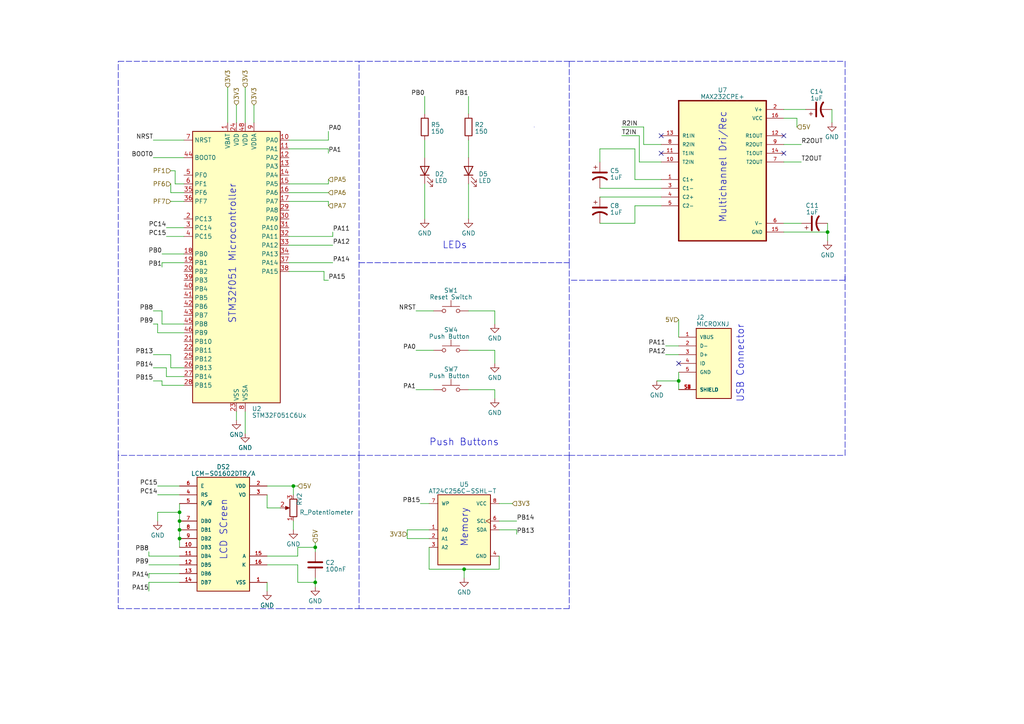
<source format=kicad_sch>
(kicad_sch (version 20230121) (generator eeschema)
  (paper "A4")
  (title_block (title "EEE3088F Microcontroller Submodule ") (date "2023-03-14") (rev "V3") (company "University of Capetown ") (comment 1 "Group 11") (comment 2 "Bulisani Ngwenya ") (comment 3 "NGWBUL004"))
  (lib_symbols
    (symbol "AT24C256C-SSHL-T:AT24C256C-SSHL-T" (pin_names (offset 1.016))
      (property "Reference" "U" (at -7.6427 10.1903 0))
      (property "Value" "AT24C256C-SSHL-T" (at -7.6309 -12.7181 0))
      (symbol "AT24C256C-SSHL-T_0_0"
        (rectangle (start -7.62 -10.16) (end 7.62 10.16) (stroke (width 0.254)) (fill (type background)))
        (pin input line (at -10.16 0 0) (length 2.54) (name "A0") (number "1"))
        (pin input line (at -10.16 -2.54 0) (length 2.54) (name "A1") (number "2"))
        (pin input line (at -10.16 -5.08 0) (length 2.54) (name "A2") (number "3"))
        (pin power_in line (at 10.16 -7.62 180) (length 2.54) (name "GND") (number "4"))
        (pin bidirectional line (at 10.16 0 180) (length 2.54) (name "SDA") (number "5"))
        (pin input clock (at 10.16 2.54 180) (length 2.54) (name "SCL") (number "6"))
        (pin input line (at -10.16 7.62 0) (length 2.54) (name "WP") (number "7"))
        (pin power_in line (at 10.16 7.62 180) (length 2.54) (name "VCC") (number "8"))
      )
    )
    (symbol "Device:C" (pin_numbers hide) (pin_names (offset 0.254))
      (property "Reference" "C" (at 0.635 2.54 0))
      (property "Value" "C" (at 0.635 -2.54 0))
      (symbol "C_0_1"
        (polyline (pts (xy -2.032 -0.762) (xy 2.032 -0.762)) (stroke (width 0.508)))
        (polyline (pts (xy -2.032 0.762) (xy 2.032 0.762)) (stroke (width 0.508)))
      )
      (symbol "C_1_1"
        (pin passive line (at 0 3.81 270) (length 2.794) (name "~") (number "1"))
        (pin passive line (at 0 -3.81 90) (length 2.794) (name "~") (number "2"))
      )
    )
    (symbol "Device:C_Polarized_US" (pin_numbers hide) (pin_names (offset 0.254) hide)
      (property "Reference" "C" (at 0.635 2.54 0))
      (property "Value" "C_Polarized_US" (at 0.635 -2.54 0))
      (symbol "C_Polarized_US_0_1"
        (polyline (pts (xy -2.032 0.762) (xy 2.032 0.762)) (stroke (width 0.508)))
        (polyline (pts (xy -1.778 2.286) (xy -0.762 2.286)))
        (polyline (pts (xy -1.27 1.778) (xy -1.27 2.794)))
        (arc (start 2.032 -1.27) (mid 0 -0.5572) (end -2.032 -1.27) (stroke (width 0.508)))
      )
      (symbol "C_Polarized_US_1_1"
        (pin passive line (at 0 3.81 270) (length 2.794) (name "~") (number "1"))
        (pin passive line (at 0 -3.81 90) (length 3.302) (name "~") (number "2"))
      )
    )
    (symbol "Device:LED" (pin_numbers hide) (pin_names (offset 1.016) hide)
      (property "Reference" "D" (at 0 2.54 0))
      (property "Value" "LED" (at 0 -2.54 0))
      (symbol "LED_0_1"
        (polyline (pts (xy -1.27 -1.27) (xy -1.27 1.27)) (stroke (width 0.254)))
        (polyline (pts (xy -1.27 0) (xy 1.27 0)))
        (polyline (pts (xy 1.27 -1.27) (xy 1.27 1.27) (xy -1.27 0) (xy 1.27 -1.27)) (stroke (width 0.254)))
        (polyline (pts (xy -3.048 -0.762) (xy -4.572 -2.286) (xy -3.81 -2.286) (xy -4.572 -2.286) (xy -4.572 -1.524)))
        (polyline (pts (xy -1.778 -0.762) (xy -3.302 -2.286) (xy -2.54 -2.286) (xy -3.302 -2.286) (xy -3.302 -1.524)))
      )
      (symbol "LED_1_1"
        (pin passive line (at -3.81 0 0) (length 2.54) (name "K") (number "1"))
        (pin passive line (at 3.81 0 180) (length 2.54) (name "A") (number "2"))
      )
    )
    (symbol "Device:R" (pin_numbers hide) (pin_names (offset 0))
      (property "Reference" "R" (at 2.032 0 90))
      (property "Value" "R" (at 0 0 90))
      (symbol "R_0_1"
        (rectangle (start -1.016 -2.54) (end 1.016 2.54) (stroke (width 0.254)))
      )
      (symbol "R_1_1"
        (pin passive line (at 0 3.81 270) (length 1.27) (name "~") (number "1"))
        (pin passive line (at 0 -3.81 90) (length 1.27) (name "~") (number "2"))
      )
    )
    (symbol "Device:R_Potentiometer" (pin_names (offset 1.016) hide)
      (property "Reference" "RV" (at -4.445 0 90))
      (property "Value" "R_Potentiometer" (at -2.54 0 90))
      (symbol "R_Potentiometer_0_1"
        (polyline (pts (xy 2.54 0) (xy 1.524 0)))
        (polyline (pts (xy 1.143 0) (xy 2.286 0.508) (xy 2.286 -0.508) (xy 1.143 0)) (fill (type outline)))
        (rectangle (start 1.016 2.54) (end -1.016 -2.54) (stroke (width 0.254)))
      )
      (symbol "R_Potentiometer_1_1"
        (pin passive line (at 0 3.81 270) (length 1.27) (name "1") (number "1"))
        (pin passive line (at 3.81 0 180) (length 1.27) (name "2") (number "2"))
        (pin passive line (at 0 -3.81 90) (length 1.27) (name "3") (number "3"))
      )
    )
    (symbol "LCM-S01602DTR_A:LCM-S01602DTR{slash}A" (pin_names (offset 1.016))
      (property "Reference" "DS" (at -9.9178 18.3098 0))
      (property "Value" "LCM-S01602DTR{slash}A" (at -9.9147 -17.2871 0))
      (symbol "LCM-S01602DTR{slash}A_0_0"
        (rectangle (start -10.16 -15.24) (end 5.08 17.78) (stroke (width 0.254)) (fill (type background)))
        (pin power_in line (at 10.16 -12.7 180) (length 5.08) (name "VSS") (number "1"))
        (pin bidirectional line (at -15.24 -2.54 0) (length 5.08) (name "DB3") (number "10"))
        (pin bidirectional line (at -15.24 -5.08 0) (length 5.08) (name "DB4") (number "11"))
        (pin bidirectional line (at -15.24 -7.62 0) (length 5.08) (name "DB5") (number "12"))
        (pin bidirectional line (at -15.24 -10.16 0) (length 5.08) (name "DB6") (number "13"))
        (pin bidirectional line (at -15.24 -12.7 0) (length 5.08) (name "DB7") (number "14"))
        (pin passive line (at 10.16 -5.08 180) (length 5.08) (name "A") (number "15"))
        (pin passive line (at 10.16 -7.62 180) (length 5.08) (name "K") (number "16"))
        (pin power_in line (at 10.16 15.24 180) (length 5.08) (name "VDD") (number "2"))
        (pin power_in line (at 10.16 12.7 180) (length 5.08) (name "VO") (number "3"))
        (pin input line (at -15.24 12.7 0) (length 5.08) (name "RS") (number "4"))
        (pin input line (at -15.24 10.16 0) (length 5.08) (name "R/~{W}") (number "5"))
        (pin input line (at -15.24 15.24 0) (length 5.08) (name "E") (number "6"))
        (pin bidirectional line (at -15.24 5.08 0) (length 5.08) (name "DB0") (number "7"))
        (pin bidirectional line (at -15.24 2.54 0) (length 5.08) (name "DB1") (number "8"))
        (pin bidirectional line (at -15.24 0 0) (length 5.08) (name "DB2") (number "9"))
      )
    )
    (symbol "MAX232CPE_:MAX232CPE+" (pin_names (offset 1.016))
      (property "Reference" "U" (at -12.7 21.32 0))
      (property "Value" "MAX232CPE+" (at -12.7 -24.32 0))
      (symbol "MAX232CPE+_0_0"
        (rectangle (start -12.7 -20.32) (end 12.7 20.32) (stroke (width 0.41)) (fill (type background)))
        (pin bidirectional line (at -17.78 -2.54 0) (length 5.08) (name "C1+") (number "1"))
        (pin input line (at -17.78 2.54 0) (length 5.08) (name "T2IN") (number "10"))
        (pin input line (at -17.78 5.08 0) (length 5.08) (name "T1IN") (number "11"))
        (pin output line (at 17.78 10.16 180) (length 5.08) (name "R1OUT") (number "12"))
        (pin input line (at -17.78 10.16 0) (length 5.08) (name "R1IN") (number "13"))
        (pin output line (at 17.78 5.08 180) (length 5.08) (name "T1OUT") (number "14"))
        (pin power_in line (at 17.78 -17.78 180) (length 5.08) (name "GND") (number "15"))
        (pin power_in line (at 17.78 15.24 180) (length 5.08) (name "VCC") (number "16"))
        (pin power_in line (at 17.78 17.78 180) (length 5.08) (name "V+") (number "2"))
        (pin bidirectional line (at -17.78 -5.08 0) (length 5.08) (name "C1-") (number "3"))
        (pin bidirectional line (at -17.78 -7.62 0) (length 5.08) (name "C2+") (number "4"))
        (pin bidirectional line (at -17.78 -10.16 0) (length 5.08) (name "C2-") (number "5"))
        (pin power_in line (at 17.78 -15.24 180) (length 5.08) (name "V-") (number "6"))
        (pin output line (at 17.78 2.54 180) (length 5.08) (name "T2OUT") (number "7"))
        (pin input line (at -17.78 7.62 0) (length 5.08) (name "R2IN") (number "8"))
        (pin output line (at 17.78 7.62 180) (length 5.08) (name "R2OUT") (number "9"))
      )
    )
    (symbol "MCU_ST_STM32F0:STM32F051C6Ux"
      (property "Reference" "U" (at -12.7 41.91 0))
      (property "Value" "STM32F051C6Ux" (at 7.62 41.91 0))
      (symbol "STM32F051C6Ux_0_1"
        (rectangle (start -12.7 -38.1) (end 12.7 40.64) (stroke (width 0.254)) (fill (type background)))
      )
      (symbol "STM32F051C6Ux_1_1"
        (pin power_in line (at -2.54 43.18 270) (length 2.54) (name "VBAT") (number "1"))
        (pin bidirectional line (at 15.24 38.1 180) (length 2.54) (name "PA0") (number "10"))
        (pin bidirectional line (at 15.24 35.56 180) (length 2.54) (name "PA1") (number "11"))
        (pin bidirectional line (at 15.24 33.02 180) (length 2.54) (name "PA2") (number "12"))
        (pin bidirectional line (at 15.24 30.48 180) (length 2.54) (name "PA3") (number "13"))
        (pin bidirectional line (at 15.24 27.94 180) (length 2.54) (name "PA4") (number "14"))
        (pin bidirectional line (at 15.24 25.4 180) (length 2.54) (name "PA5") (number "15"))
        (pin bidirectional line (at 15.24 22.86 180) (length 2.54) (name "PA6") (number "16"))
        (pin bidirectional line (at 15.24 20.32 180) (length 2.54) (name "PA7") (number "17"))
        (pin bidirectional line (at -15.24 5.08 0) (length 2.54) (name "PB0") (number "18"))
        (pin bidirectional line (at -15.24 2.54 0) (length 2.54) (name "PB1") (number "19"))
        (pin bidirectional line (at -15.24 15.24 0) (length 2.54) (name "PC13") (number "2"))
        (pin bidirectional line (at -15.24 0 0) (length 2.54) (name "PB2") (number "20"))
        (pin bidirectional line (at -15.24 -20.32 0) (length 2.54) (name "PB10") (number "21"))
        (pin bidirectional line (at -15.24 -22.86 0) (length 2.54) (name "PB11") (number "22"))
        (pin power_in line (at 0 -40.64 90) (length 2.54) (name "VSS") (number "23"))
        (pin power_in line (at 0 43.18 270) (length 2.54) (name "VDD") (number "24"))
        (pin bidirectional line (at -15.24 -25.4 0) (length 2.54) (name "PB12") (number "25"))
        (pin bidirectional line (at -15.24 -27.94 0) (length 2.54) (name "PB13") (number "26"))
        (pin bidirectional line (at -15.24 -30.48 0) (length 2.54) (name "PB14") (number "27"))
        (pin bidirectional line (at -15.24 -33.02 0) (length 2.54) (name "PB15") (number "28"))
        (pin bidirectional line (at 15.24 17.78 180) (length 2.54) (name "PA8") (number "29"))
        (pin bidirectional line (at -15.24 12.7 0) (length 2.54) (name "PC14") (number "3"))
        (pin bidirectional line (at 15.24 15.24 180) (length 2.54) (name "PA9") (number "30"))
        (pin bidirectional line (at 15.24 12.7 180) (length 2.54) (name "PA10") (number "31"))
        (pin bidirectional line (at 15.24 10.16 180) (length 2.54) (name "PA11") (number "32"))
        (pin bidirectional line (at 15.24 7.62 180) (length 2.54) (name "PA12") (number "33"))
        (pin bidirectional line (at 15.24 5.08 180) (length 2.54) (name "PA13") (number "34"))
        (pin bidirectional line (at -15.24 22.86 0) (length 2.54) (name "PF6") (number "35"))
        (pin bidirectional line (at -15.24 20.32 0) (length 2.54) (name "PF7") (number "36"))
        (pin bidirectional line (at 15.24 2.54 180) (length 2.54) (name "PA14") (number "37"))
        (pin bidirectional line (at 15.24 0 180) (length 2.54) (name "PA15") (number "38"))
        (pin bidirectional line (at -15.24 -2.54 0) (length 2.54) (name "PB3") (number "39"))
        (pin bidirectional line (at -15.24 10.16 0) (length 2.54) (name "PC15") (number "4"))
        (pin bidirectional line (at -15.24 -5.08 0) (length 2.54) (name "PB4") (number "40"))
        (pin bidirectional line (at -15.24 -7.62 0) (length 2.54) (name "PB5") (number "41"))
        (pin bidirectional line (at -15.24 -10.16 0) (length 2.54) (name "PB6") (number "42"))
        (pin bidirectional line (at -15.24 -12.7 0) (length 2.54) (name "PB7") (number "43"))
        (pin input line (at -15.24 33.02 0) (length 2.54) (name "BOOT0") (number "44"))
        (pin bidirectional line (at -15.24 -15.24 0) (length 2.54) (name "PB8") (number "45"))
        (pin bidirectional line (at -15.24 -17.78 0) (length 2.54) (name "PB9") (number "46"))
        (pin passive line (at 0 -40.64 90) (length 2.54) hide (name "VSS") (number "47"))
        (pin power_in line (at 2.54 43.18 270) (length 2.54) (name "VDD") (number "48"))
        (pin passive line (at 0 -40.64 90) (length 2.54) hide (name "VSS") (number "49"))
        (pin bidirectional line (at -15.24 27.94 0) (length 2.54) (name "PF0") (number "5"))
        (pin bidirectional line (at -15.24 25.4 0) (length 2.54) (name "PF1") (number "6"))
        (pin input line (at -15.24 38.1 0) (length 2.54) (name "NRST") (number "7"))
        (pin power_in line (at 2.54 -40.64 90) (length 2.54) (name "VSSA") (number "8"))
        (pin power_in line (at 5.08 43.18 270) (length 2.54) (name "VDDA") (number "9"))
      )
    )
    (symbol "MICROXNJ:MICROXNJ" (pin_names (offset 1.016))
      (property "Reference" "J" (at -5.0828 10.9278 0))
      (property "Value" "MICROXNJ" (at -5.0823 -10.9276 0))
      (symbol "MICROXNJ_0_0"
        (rectangle (start -5.08 -10.16) (end 5.08 10.16) (stroke (width 0.254)) (fill (type background)))
        (pin power_in line (at -10.16 7.62 0) (length 5.08) (name "VBUS") (number "1"))
        (pin bidirectional line (at -10.16 5.08 0) (length 5.08) (name "D-") (number "2"))
        (pin bidirectional line (at -10.16 2.54 0) (length 5.08) (name "D+") (number "3"))
        (pin bidirectional line (at -10.16 0 0) (length 5.08) (name "ID") (number "4"))
        (pin power_in line (at -10.16 -2.54 0) (length 5.08) (name "GND") (number "5"))
        (pin passive line (at -10.16 -7.62 0) (length 5.08) (name "SHIELD") (number "S1"))
        (pin passive line (at -10.16 -7.62 0) (length 5.08) (name "SHIELD") (number "S2"))
        (pin passive line (at -10.16 -7.62 0) (length 5.08) (name "SHIELD") (number "S3"))
        (pin passive line (at -10.16 -7.62 0) (length 5.08) (name "SHIELD") (number "S4"))
        (pin passive line (at -10.16 -7.62 0) (length 5.08) (name "SHIELD") (number "S5"))
        (pin passive line (at -10.16 -7.62 0) (length 5.08) (name "SHIELD") (number "S6"))
      )
    )
    (symbol "Switch:SW_Push" (pin_numbers hide) (pin_names (offset 1.016) hide)
      (property "Reference" "SW" (at 1.27 2.54 0))
      (property "Value" "SW_Push" (at 0 -1.524 0))
      (symbol "SW_Push_0_1"
        (circle (center -2.032 0) (radius 0.508))
        (polyline (pts (xy 0 1.27) (xy 0 3.048)))
        (polyline (pts (xy 2.54 1.27) (xy -2.54 1.27)))
        (circle (center 2.032 0) (radius 0.508))
        (pin passive line (at -5.08 0 0) (length 2.54) (name "1") (number "1"))
        (pin passive line (at 5.08 0 180) (length 2.54) (name "2") (number "2"))
      )
    )
    (symbol "power:GND" (power) (pin_names (offset 0))
      (property "Value" "GND" (at 0 -3.81 0))
      (symbol "GND_0_1"
        (polyline (pts (xy 0 0) (xy 0 -1.27) (xy 1.27 -1.27) (xy 0 -2.54) (xy -1.27 -1.27) (xy 0 -1.27)))
      )
      (symbol "GND_1_1"
        (pin power_in line (at 0 0 270) (length 0) hide (name "GND") (number "1"))
      )
    )
  )
  (junction (at 240.03 67.31))
  (junction (at 196.85 110.49))
  (junction (at 134.62 165.1))
  (junction (at 91.44 168.91))
  (junction (at 52.07 148.59))
  (junction (at 85.09 140.97))
  (junction (at 52.07 151.13))
  (junction (at 52.07 153.67))
  (junction (at 52.07 156.21))
  (junction (at 91.44 158.75))
  (no_connect (at 227.33 44.45))
  (no_connect (at 191.77 44.45))
  (no_connect (at 191.77 39.37))
  (no_connect (at 196.85 105.41))
  (no_connect (at 227.33 39.37))
  (wire (pts (xy 191.77 41.91) (xy 186.69 41.91)))
  (wire (pts (xy 118.11 153.67) (xy 118.11 156.21)))
  (wire (pts (xy 93.98 78.74) (xy 83.82 78.74)))
  (wire (pts (xy 191.77 46.99) (xy 185.42 46.99)))
  (wire (pts (xy 77.47 147.32) (xy 81.28 147.32)))
  (wire (pts (xy 45.72 143.51) (xy 52.07 143.51)))
  (wire (pts (xy 52.07 156.21) (xy 52.07 158.75)))
  (wire (pts (xy 85.09 151.13) (xy 85.09 153.67)))
  (wire (pts (xy 135.89 90.17) (xy 143.51 90.17)))
  (wire (pts (xy 49.53 106.68) (xy 49.53 102.87)))
  (polyline (pts (xy 104.14 76.2) (xy 165.1 76.2)) (stroke (width 0) (type dash)))
  (wire (pts (xy 123.19 53.34) (xy 123.19 63.5)))
  (wire (pts (xy 85.09 140.97) (xy 86.36 140.97)))
  (wire (pts (xy 86.36 161.29) (xy 86.36 158.75)))
  (wire (pts (xy 184.15 59.69) (xy 184.15 64.77)))
  (wire (pts (xy 190.5 110.49) (xy 196.85 110.49)))
  (polyline (pts (xy 245.11 17.78) (xy 245.11 81.28)) (stroke (width 0) (type dash)))
  (wire (pts (xy 240.03 64.77) (xy 240.03 67.31)))
  (wire (pts (xy 91.44 157.48) (xy 91.44 158.75)))
  (polyline (pts (xy 104.14 132.08) (xy 104.14 176.53)) (stroke (width 0) (type dash)))
  (polyline (pts (xy 104.14 132.08) (xy 165.1 132.08)) (stroke (width 0) (type dash)))
  (wire (pts (xy 44.45 110.49) (xy 46.99 110.49)))
  (wire (pts (xy 53.34 111.76) (xy 46.99 111.76)))
  (wire (pts (xy 135.89 101.6) (xy 143.51 101.6)))
  (wire (pts (xy 45.72 96.52) (xy 45.72 93.98)))
  (wire (pts (xy 45.72 148.59) (xy 45.72 151.13)))
  (wire (pts (xy 123.19 40.64) (xy 123.19 45.72)))
  (wire (pts (xy 143.51 93.98) (xy 143.51 90.17)))
  (wire (pts (xy 149.86 153.67) (xy 149.86 154.94)))
  (wire (pts (xy 44.45 102.87) (xy 49.53 102.87)))
  (wire (pts (xy 53.34 109.22) (xy 48.26 109.22)))
  (wire (pts (xy 43.18 168.91) (xy 43.18 171.45)))
  (wire (pts (xy 83.82 58.42) (xy 95.25 58.42)))
  (polyline (pts (xy 165.1 76.2) (xy 165.1 132.08)) (stroke (width 0) (type dash)))
  (wire (pts (xy 45.72 140.97) (xy 52.07 140.97)))
  (polyline (pts (xy 165.1 17.78) (xy 245.11 17.78)) (stroke (width 0) (type dash)))
  (wire (pts (xy 91.44 168.91) (xy 91.44 170.18)))
  (wire (pts (xy 96.52 68.58) (xy 96.52 67.31)))
  (wire (pts (xy 135.89 113.03) (xy 143.51 113.03)))
  (wire (pts (xy 48.26 66.04) (xy 53.34 66.04)))
  (wire (pts (xy 227.33 31.75) (xy 233.68 31.75)))
  (wire (pts (xy 144.78 146.05) (xy 148.59 146.05)))
  (polyline (pts (xy 165.1 176.53) (xy 104.14 176.53)) (stroke (width 0) (type dash)))
  (wire (pts (xy 123.19 27.94) (xy 123.19 33.02)))
  (wire (pts (xy 173.99 57.15) (xy 191.77 57.15)))
  (wire (pts (xy 48.26 109.22) (xy 48.26 106.68)))
  (wire (pts (xy 184.15 43.18) (xy 173.99 43.18)))
  (wire (pts (xy 143.51 101.6) (xy 143.51 105.41)))
  (wire (pts (xy 77.47 168.91) (xy 77.47 171.45)))
  (wire (pts (xy 85.09 140.97) (xy 85.09 143.51)))
  (wire (pts (xy 83.82 53.34) (xy 95.25 53.34)))
  (wire (pts (xy 186.69 41.91) (xy 186.69 36.83)))
  (wire (pts (xy 95.25 53.34) (xy 95.25 52.07)))
  (wire (pts (xy 120.65 113.03) (xy 125.73 113.03)))
  (wire (pts (xy 83.82 40.64) (xy 95.25 40.64)))
  (wire (pts (xy 83.82 68.58) (xy 96.52 68.58)))
  (wire (pts (xy 193.04 102.87) (xy 196.85 102.87)))
  (wire (pts (xy 52.07 151.13) (xy 52.07 153.67)))
  (polyline (pts (xy 104.14 17.78) (xy 165.1 17.78)) (stroke (width 0) (type dash)))
  (wire (pts (xy 68.58 119.38) (xy 68.58 121.92)))
  (wire (pts (xy 124.46 165.1) (xy 124.46 158.75)))
  (wire (pts (xy 83.82 76.2) (xy 96.52 76.2)))
  (wire (pts (xy 191.77 59.69) (xy 184.15 59.69)))
  (wire (pts (xy 83.82 71.12) (xy 96.52 71.12)))
  (polyline (pts (xy 165.1 17.78) (xy 165.1 76.2)) (stroke (width 0) (type dash)))
  (wire (pts (xy 48.26 106.68) (xy 44.45 106.68)))
  (wire (pts (xy 227.33 34.29) (xy 231.14 34.29)))
  (wire (pts (xy 52.07 153.67) (xy 52.07 156.21)))
  (wire (pts (xy 196.85 110.49) (xy 196.85 113.03)))
  (wire (pts (xy 184.15 64.77) (xy 173.99 64.77)))
  (wire (pts (xy 52.07 166.37) (xy 43.18 166.37)))
  (wire (pts (xy 144.78 153.67) (xy 149.86 153.67)))
  (wire (pts (xy 124.46 153.67) (xy 118.11 153.67)))
  (wire (pts (xy 134.62 165.1) (xy 134.62 167.64)))
  (wire (pts (xy 227.33 46.99) (xy 232.41 46.99)))
  (wire (pts (xy 45.72 93.98) (xy 44.45 93.98)))
  (wire (pts (xy 53.34 76.2) (xy 46.99 76.2)))
  (wire (pts (xy 144.78 161.29) (xy 144.78 165.1)))
  (polyline (pts (xy 104.14 76.2) (xy 165.1 76.2)) (stroke (width 0) (type dash)))
  (wire (pts (xy 45.72 148.59) (xy 52.07 148.59)))
  (wire (pts (xy 95.25 58.42) (xy 95.25 59.69)))
  (wire (pts (xy 93.98 81.28) (xy 93.98 78.74)))
  (polyline (pts (xy 165.1 132.08) (xy 245.11 132.08)) (stroke (width 0) (type dash)))
  (wire (pts (xy 144.78 165.1) (xy 134.62 165.1)))
  (wire (pts (xy 191.77 52.07) (xy 184.15 52.07)))
  (wire (pts (xy 173.99 43.18) (xy 173.99 46.99)))
  (polyline (pts (xy 34.29 176.53) (xy 104.14 176.53)) (stroke (width 0) (type dash)))
  (wire (pts (xy 50.8 53.34) (xy 50.8 49.53)))
  (wire (pts (xy 77.47 143.51) (xy 77.47 147.32)))
  (wire (pts (xy 185.42 46.99) (xy 185.42 39.37)))
  (wire (pts (xy 173.99 54.61) (xy 191.77 54.61)))
  (wire (pts (xy 46.99 76.2) (xy 46.99 77.47)))
  (wire (pts (xy 186.69 36.83) (xy 180.34 36.83)))
  (wire (pts (xy 86.36 168.91) (xy 91.44 168.91)))
  (wire (pts (xy 227.33 67.31) (xy 240.03 67.31)))
  (wire (pts (xy 71.12 25.4) (xy 71.12 35.56)))
  (wire (pts (xy 143.51 113.03) (xy 143.51 115.57)))
  (wire (pts (xy 86.36 163.83) (xy 86.36 168.91)))
  (wire (pts (xy 44.45 90.17) (xy 46.99 90.17)))
  (wire (pts (xy 52.07 168.91) (xy 43.18 168.91)))
  (wire (pts (xy 52.07 148.59) (xy 52.07 151.13)))
  (wire (pts (xy 53.34 106.68) (xy 49.53 106.68)))
  (wire (pts (xy 53.34 96.52) (xy 45.72 96.52)))
  (wire (pts (xy 135.89 27.94) (xy 135.89 33.02)))
  (wire (pts (xy 43.18 161.29) (xy 43.18 160.02)))
  (wire (pts (xy 52.07 161.29) (xy 43.18 161.29)))
  (wire (pts (xy 46.99 93.98) (xy 53.34 93.98)))
  (wire (pts (xy 95.25 43.18) (xy 95.25 44.45)))
  (wire (pts (xy 43.18 166.37) (xy 43.18 167.64)))
  (wire (pts (xy 83.82 55.88) (xy 95.25 55.88)))
  (wire (pts (xy 48.26 68.58) (xy 53.34 68.58)))
  (wire (pts (xy 121.92 146.05) (xy 124.46 146.05)))
  (wire (pts (xy 134.62 165.1) (xy 124.46 165.1)))
  (wire (pts (xy 46.99 111.76) (xy 46.99 110.49)))
  (polyline (pts (xy 34.29 132.08) (xy 34.29 176.53)) (stroke (width 0) (type dash)))
  (polyline (pts (xy 165.1 132.08) (xy 165.1 176.53)) (stroke (width 0) (type dash)))
  (wire (pts (xy 46.99 73.66) (xy 53.34 73.66)))
  (wire (pts (xy 49.53 58.42) (xy 53.34 58.42)))
  (wire (pts (xy 196.85 92.71) (xy 196.85 97.79)))
  (wire (pts (xy 46.99 90.17) (xy 46.99 93.98)))
  (wire (pts (xy 43.18 163.83) (xy 52.07 163.83)))
  (wire (pts (xy 66.04 25.4) (xy 66.04 35.56)))
  (wire (pts (xy 124.46 156.21) (xy 118.11 156.21)))
  (wire (pts (xy 227.33 64.77) (xy 232.41 64.77)))
  (wire (pts (xy 53.34 53.34) (xy 50.8 53.34)))
  (wire (pts (xy 135.89 53.34) (xy 135.89 63.5)))
  (wire (pts (xy 68.58 30.48) (xy 68.58 35.56)))
  (wire (pts (xy 227.33 41.91) (xy 232.41 41.91)))
  (wire (pts (xy 77.47 161.29) (xy 86.36 161.29)))
  (wire (pts (xy 193.04 100.33) (xy 196.85 100.33)))
  (wire (pts (xy 86.36 158.75) (xy 91.44 158.75)))
  (wire (pts (xy 91.44 167.64) (xy 91.44 168.91)))
  (wire (pts (xy 231.14 34.29) (xy 231.14 36.83)))
  (polyline (pts (xy 245.11 132.08) (xy 245.11 80.01)) (stroke (width 0) (type dash)))
  (wire (pts (xy 196.85 110.49) (xy 196.85 107.95)))
  (wire (pts (xy 49.53 55.88) (xy 53.34 55.88)))
  (wire (pts (xy 120.65 90.17) (xy 125.73 90.17)))
  (wire (pts (xy 93.98 81.28) (xy 95.25 81.28)))
  (wire (pts (xy 185.42 39.37) (xy 180.34 39.37)))
  (wire (pts (xy 77.47 140.97) (xy 85.09 140.97)))
  (wire (pts (xy 91.44 158.75) (xy 91.44 160.02)))
  (wire (pts (xy 49.53 53.34) (xy 49.53 55.88)))
  (wire (pts (xy 95.25 40.64) (xy 95.25 38.1)))
  (wire (pts (xy 83.82 43.18) (xy 95.25 43.18)))
  (wire (pts (xy 52.07 146.05) (xy 52.07 148.59)))
  (wire (pts (xy 120.65 101.6) (xy 125.73 101.6)))
  (wire (pts (xy 135.89 40.64) (xy 135.89 45.72)))
  (wire (pts (xy 241.3 31.75) (xy 241.3 35.56)))
  (polyline (pts (xy 245.11 81.28) (xy 165.1 81.28)) (stroke (width 0) (type dash)))
  (wire (pts (xy 144.78 151.13) (xy 149.86 151.13)))
  (wire (pts (xy 184.15 52.07) (xy 184.15 43.18)))
  (wire (pts (xy 44.45 45.72) (xy 53.34 45.72)))
  (wire (pts (xy 77.47 163.83) (xy 86.36 163.83)))
  (wire (pts (xy 50.8 49.53) (xy 49.53 49.53)))
  (wire (pts (xy 44.45 40.64) (xy 53.34 40.64)))
  (wire (pts (xy 73.66 30.48) (xy 73.66 35.56)))
  (wire (pts (xy 240.03 67.31) (xy 240.03 69.85)))
  (wire (pts (xy 71.12 119.38) (xy 71.12 125.73)))
  (rectangle (start 34.29 17.78) (end 104.14 132.08) (stroke (width 0) (type dash)))
  (rectangle (start 104.14 132.08) (end 104.14 132.08))
  (rectangle (start 154.94 36.83) (end 154.94 36.83))
  (text "Multichannel Dri/Rec" (at 210.82 64.77 90) (effects (font (size 2 2)) (justify left bottom)))
  (text "STM32f051 Microcontroller " (at 68.58 93.98 90) (effects (font (size 2 2)) (justify left bottom)))
  (text "LCD SCreen" (at 66.04 162.56 90) (effects (font (size 2 2)) (justify left bottom)))
  (text "LEDs" (at 128.27 72.39 0) (effects (font (size 2 2)) (justify left bottom)))
  (text "Memory" (at 135.89 158.75 90) (effects (font (size 2 2)) (justify left bottom)))
  (text "Push Buttons " (at 124.46 129.54 0) (effects (font (size 2 2)) (justify left bottom)))
  (text "USB Connector\n" (at 215.9 116.84 90) (effects (font (size 2 2)) (justify left bottom)))
  (label "R2OUT" (at 232.41 41.91 0))
  (label "PB9" (at 44.45 93.98 180))
  (label "PB8" (at 44.45 90.17 180))
  (label "T2OUT" (at 232.41 46.99 0))
  (label "PB0" (at 123.19 27.94 180))
  (label "PA15" (at 43.18 171.45 180))
  (label "PA11" (at 96.52 67.31 0))
  (label "PB14" (at 149.86 151.13 0))
  (label "PB8" (at 43.18 160.02 180))
  (label "PB9" (at 43.18 163.83 180))
  (label "R2IN" (at 180.34 36.83 0))
  (label "PA14" (at 96.52 76.2 0))
  (label "PC15" (at 45.72 140.97 180))
  (label "PA0" (at 120.65 101.6 180))
  (label "T2IN" (at 180.34 39.37 0))
  (label "PA12" (at 96.52 71.12 0))
  (label "PA14" (at 43.18 167.64 180))
  (label "PB1" (at 46.99 77.47 180))
  (label "PB15" (at 121.92 146.05 180))
  (label "PA0" (at 95.25 38.1 0))
  (label "PA11" (at 193.04 100.33 180))
  (label "PB13" (at 149.86 154.94 0))
  (label "PA12" (at 193.04 102.87 180))
  (label "PC15" (at 48.26 68.58 180))
  (label "PA15" (at 95.25 81.28 0))
  (label "PB13" (at 44.45 102.87 180))
  (label "NRST" (at 44.45 40.64 180))
  (label "PB0" (at 46.99 73.66 180))
  (label "BOOT0" (at 44.45 45.72 180))
  (label "PB14" (at 44.45 106.68 180))
  (label "PA1" (at 120.65 113.03 180))
  (label "PB15" (at 44.45 110.49 180))
  (label "PC14" (at 48.26 66.04 180))
  (label "NRST" (at 120.65 90.17 180))
  (label "PC14" (at 45.72 143.51 180))
  (label "PA1" (at 95.25 44.45 0))
  (label "PB1" (at 135.89 27.94 180))
  (hierarchical_label "3V3" (shape input) (at 118.11 154.94 180))
  (hierarchical_label "5V" (shape input) (at 196.85 92.71 180))
  (hierarchical_label "PF7" (shape input) (at 49.53 58.42 180))
  (hierarchical_label "3V3" (shape input) (at 148.59 146.05 0))
  (hierarchical_label "PF6" (shape input) (at 49.53 53.34 180))
  (hierarchical_label "PA5" (shape input) (at 95.25 52.07 0))
  (hierarchical_label "5V" (shape input) (at 86.36 140.97 0))
  (hierarchical_label "PF1" (shape input) (at 49.53 49.53 180))
  (hierarchical_label "PA6" (shape input) (at 95.25 55.88 0))
  (hierarchical_label "3V3" (shape input) (at 68.58 30.48 90))
  (hierarchical_label "5V" (shape input) (at 231.14 36.83 0))
  (hierarchical_label "PA7" (shape input) (at 95.25 59.69 0))
  (hierarchical_label "3V3" (shape input) (at 73.66 30.48 90))
  (hierarchical_label "3V3" (shape input) (at 66.04 25.4 90))
  (hierarchical_label "3V3" (shape input) (at 71.12 25.4 90))
  (hierarchical_label "5V" (shape input) (at 91.44 157.48 90))
  (symbol (lib_id "Device:C_Polarized_US") (at 173.99 50.8 0) (unit 1)
    (property "Reference" "C5" (at 176.911 49.5213 0) (effects (justify left)))
    (property "Value" "1uF" (at 176.911 51.4423 0) (effects (justify left)))
    (instances (project "Assignment 3" (path "" (reference "C5") (unit 1)) (path "" (reference "C3") (unit 1))))
  )
  (symbol (lib_id "power:GND") (at 143.51 105.41 0) (unit 1)
    (property "Reference" "#PWR05" (effects hide))
    (property "Value" "GND" (at 143.51 109.5455 0))
    (instances (project "Assignment 3" (path "" (reference "#PWR05") (unit 1)) (path "" (reference "#PWR016") (unit 1))))
  )
  (symbol (lib_id "power:GND") (at 68.58 121.92 0) (unit 1)
    (property "Reference" "#PWR014" (effects hide))
    (property "Value" "GND" (at 68.58 126.0555 0))
    (instances (project "Assignment 3" (path "" (reference "#PWR014") (unit 1)) (path "" (reference "#PWR03") (unit 1))))
  )
  (symbol (lib_id "Device:C") (at 91.44 163.83 0) (unit 1)
    (property "Reference" "C2" (at 94.361 163.1863 0) (effects (justify left)))
    (property "Value" "100nF" (at 94.361 165.1073 0) (effects (justify left)))
    (instances (project "Assignment 3" (path "" (reference "C2") (unit 1)) (path "" (reference "C1") (unit 1))))
  )
  (symbol (lib_id "power:GND") (at 240.03 69.85 0) (unit 1)
    (property "Reference" "#PWR044" (effects hide))
    (property "Value" "GND" (at 240.03 73.9855 0))
    (instances (project "Assignment 3" (path "" (reference "#PWR044") (unit 1)) (path "" (reference "#PWR021") (unit 1))))
  )
  (symbol (lib_id "MICROXNJ:MICROXNJ") (at 207.01 105.41 0) (unit 1)
    (property "Reference" "J2" (at 201.93 92.059 0) (effects (justify left)))
    (property "Value" "MICROXNJ" (at 201.93 93.98 0) (effects (justify left)))
    (property "Footprint" "MICROXNJ:SHOUHAN_MICROXNJ" (effects hide))
    (property "MAXIMUM_PACKAGE_HEIGHT" "3mm" (effects hide))
    (property "MANUFACTURER" "SHOUHAN" (effects hide))
    (property "PARTREV" "A" (effects hide))
    (property "STANDARD" "Manufacturer Recommendations" (effects hide))
    (instances (project "Assignment 3" (path "" (reference "J2") (unit 1)) (path "" (reference "J1") (unit 1))))
  )
  (symbol (lib_id "Device:C_Polarized_US") (at 173.99 60.96 0) (unit 1)
    (property "Reference" "C8" (at 176.911 59.6813 0) (effects (justify left)))
    (property "Value" "1uF" (at 176.911 61.6023 0) (effects (justify left)))
    (instances (project "Assignment 3" (path "" (reference "C8") (unit 1)) (path "" (reference "C4") (unit 1))))
  )
  (symbol (lib_id "Switch:SW_Push") (at 130.81 90.17 0) (unit 1)
    (property "Reference" "SW1" (at 130.81 84.2391 0))
    (property "Value" "Reset Switch" (at 130.81 86.1601 0))
    (instances (project "Assignment 3" (path "" (reference "SW1") (unit 1)) (path "" (reference "SW2") (unit 1))))
  )
  (symbol (lib_id "Device:C_Polarized_US") (at 237.49 31.75 90) (unit 1)
    (property "Reference" "C14" (at 236.855 26.5811 90))
    (property "Value" "1uF" (at 236.855 28.5021 90))
    (instances (project "Assignment 3" (path "" (reference "C14") (unit 1)) (path "" (reference "C7") (unit 1))))
  )
  (symbol (lib_id "power:GND") (at 77.47 171.45 0) (unit 1)
    (property "Reference" "#PWR023" (effects hide))
    (property "Value" "GND" (at 77.47 175.5855 0))
    (instances (project "Assignment 3" (path "" (reference "#PWR023") (unit 1)) (path "" (reference "#PWR06") (unit 1))))
  )
  (symbol (lib_id "Device:LED") (at 123.19 49.53 90) (unit 1)
    (property "Reference" "D2" (at 126.111 50.4738 90) (effects (justify right)))
    (property "Value" "LED" (at 126.111 52.3948 90) (effects (justify right)))
    (instances (project "Assignment 3" (path "" (reference "D2") (unit 1)) (path "" (reference "D1") (unit 1))))
  )
  (symbol (lib_id "Device:R") (at 135.89 36.83 0) (unit 1)
    (property "Reference" "R2" (at 137.668 36.1863 0) (effects (justify left)))
    (property "Value" "150" (at 137.668 38.1073 0) (effects (justify left)))
    (instances (project "Assignment 3" (path "" (reference "R2") (unit 1)) (path "" (reference "R3") (unit 1))))
  )
  (symbol (lib_id "AT24C256C-SSHL-T:AT24C256C-SSHL-T") (at 134.62 153.67 0) (unit 1)
    (property "Reference" "U5" (at 134.62 140.5001 0))
    (property "Value" "AT24C256C-SSHL-T " (at 134.62 142.4211 0))
    (property "Footprint" "AT24C256C-SSHL-T (1):SOIC127P600X175-8N" (effects hide))
    (property "MANUFACTURER" "Atmel" (effects hide))
    (instances (project "Assignment 3" (path "" (reference "U5") (unit 1)) (path "" (reference "U3") (unit 1))))
  )
  (symbol (lib_id "power:GND") (at 71.12 125.73 0) (unit 1)
    (property "Reference" "#PWR011" (effects hide))
    (property "Value" "GND" (at 71.12 129.8655 0))
    (instances (project "Assignment 3" (path "" (reference "#PWR011") (unit 1)) (path "" (reference "#PWR04") (unit 1))))
  )
  (symbol (lib_id "power:GND") (at 123.19 63.5 0) (unit 1)
    (property "Reference" "#PWR017" (effects hide))
    (property "Value" "GND" (at 123.19 67.6355 0))
    (instances (project "Assignment 3" (path "" (reference "#PWR017") (unit 1)) (path "" (reference "#PWR010") (unit 1))))
  )
  (symbol (lib_id "Switch:SW_Push") (at 130.81 101.6 0) (unit 1)
    (property "Reference" "SW4" (at 130.81 95.6691 0))
    (property "Value" "Push Button " (at 130.81 97.5901 0))
    (instances (project "Assignment 3" (path "" (reference "SW4") (unit 1)) (path "" (reference "SW3") (unit 1))))
  )
  (symbol (lib_id "power:GND") (at 143.51 93.98 0) (unit 1)
    (property "Reference" "#PWR02" (effects hide))
    (property "Value" "GND" (at 143.51 98.1155 0))
    (instances (project "Assignment 3" (path "" (reference "#PWR02") (unit 1)) (path "" (reference "#PWR015") (unit 1))))
  )
  (symbol (lib_id "LCM-S01602DTR_A:LCM-S01602DTR{slash}A") (at 67.31 156.21 0) (unit 1)
    (property "Reference" "DS2" (at 64.77 135.4201 0))
    (property "Value" "LCM-S01602DTR/A" (at 64.77 137.3411 0))
    (property "Footprint" "LCM-S01602DTR_A:LCD_LCM-S01602DTR_A" (effects hide))
    (property "MANUFACTURER" "Lumex" (effects hide))
    (instances (project "Assignment 3" (path "" (reference "DS2") (unit 1)) (path "" (reference "DS1") (unit 1))))
  )
  (symbol (lib_id "power:GND") (at 241.3 35.56 0) (unit 1)
    (property "Reference" "#PWR041" (effects hide))
    (property "Value" "GND" (at 241.3 39.6955 0))
    (instances (project "Assignment 3" (path "" (reference "#PWR041") (unit 1)) (path "" (reference "#PWR022") (unit 1))))
  )
  (symbol (lib_id "power:GND") (at 85.09 153.67 0) (unit 1)
    (property "Reference" "#PWR029" (effects hide))
    (property "Value" "GND" (at 85.09 157.8055 0))
    (instances (project "Assignment 3" (path "" (reference "#PWR029") (unit 1)) (path "" (reference "#PWR07") (unit 1))))
  )
  (symbol (lib_id "MAX232CPE_:MAX232CPE+") (at 209.55 49.53 0) (unit 1)
    (property "Reference" "U7" (at 209.55 26.1221 0))
    (property "Value" "MAX232CPE+" (at 209.55 28.0431 0))
    (property "Footprint" "MAX232CPE_:DIP794W47P254L1943H457Q16" (effects hide))
    (instances (project "Assignment 3" (path "" (reference "U7") (unit 1)) (path "" (reference "U4") (unit 1))))
  )
  (symbol (lib_id "Device:C_Polarized_US") (at 236.22 64.77 90) (unit 1)
    (property "Reference" "C11" (at 235.585 59.6011 90))
    (property "Value" "1uF" (at 235.585 61.5221 90))
    (instances (project "Assignment 3" (path "" (reference "C11") (unit 1)) (path "" (reference "C6") (unit 1))))
  )
  (symbol (lib_id "power:GND") (at 91.44 170.18 0) (unit 1)
    (property "Reference" "#PWR026" (effects hide))
    (property "Value" "GND" (at 91.44 174.3155 0))
    (instances (project "Assignment 3" (path "" (reference "#PWR026") (unit 1)) (path "" (reference "#PWR09") (unit 1))))
  )
  (symbol (lib_id "power:GND") (at 135.89 63.5 0) (unit 1)
    (property "Reference" "#PWR020" (effects hide))
    (property "Value" "GND" (at 135.89 67.6355 0))
    (instances (project "Assignment 3" (path "" (reference "#PWR020") (unit 1)) (path "" (reference "#PWR013") (unit 1))))
  )
  (symbol (lib_id "power:GND") (at 45.72 151.13 0) (unit 1)
    (property "Reference" "#PWR032" (effects hide))
    (property "Value" "GND" (at 45.72 155.2655 0))
    (instances (project "Assignment 3" (path "" (reference "#PWR032") (unit 1)) (path "" (reference "#PWR01") (unit 1))))
  )
  (symbol (lib_id "Device:R_Potentiometer") (at 85.09 147.32 180) (unit 1)
    (property "Reference" "RV2" (at 86.868 146.6763 90) (effects (justify right)))
    (property "Value" "R_Potentiometer" (at 86.868 148.5973 0) (effects (justify right)))
    (instances (project "Assignment 3" (path "" (reference "RV2") (unit 1)) (path "" (reference "RV1") (unit 1))))
  )
  (symbol (lib_id "Device:LED") (at 135.89 49.53 90) (unit 1)
    (property "Reference" "D5" (at 138.811 50.4738 90) (effects (justify right)))
    (property "Value" "LED" (at 138.811 52.3948 90) (effects (justify right)))
    (instances (project "Assignment 3" (path "" (reference "D5") (unit 1)) (path "" (reference "D3") (unit 1))))
  )
  (symbol (lib_id "power:GND") (at 143.51 115.57 0) (unit 1)
    (property "Reference" "#PWR08" (effects hide))
    (property "Value" "GND" (at 143.51 119.7055 0))
    (instances (project "Assignment 3" (path "" (reference "#PWR08") (unit 1)) (path "" (reference "#PWR018") (unit 1))))
  )
  (symbol (lib_id "Switch:SW_Push") (at 130.81 113.03 0) (unit 1)
    (property "Reference" "SW7" (at 130.81 107.0991 0))
    (property "Value" "Push Button " (at 130.81 109.0201 0))
    (instances (project "Assignment 3" (path "" (reference "SW7") (unit 1)) (path "" (reference "SW5") (unit 1))))
  )
  (symbol (lib_id "power:GND") (at 134.62 167.64 0) (unit 1)
    (property "Reference" "#PWR035" (effects hide))
    (property "Value" "GND" (at 134.62 171.7755 0))
    (instances (project "Assignment 3" (path "" (reference "#PWR035") (unit 1)) (path "" (reference "#PWR012") (unit 1))))
  )
  (symbol (lib_id "Device:R") (at 123.19 36.83 0) (unit 1)
    (property "Reference" "R5" (at 124.968 36.1863 0) (effects (justify left)))
    (property "Value" "150" (at 124.968 38.1073 0) (effects (justify left)))
    (instances (project "Assignment 3" (path "" (reference "R5") (unit 1)) (path "" (reference "R1") (unit 1))))
  )
  (symbol (lib_id "MCU_ST_STM32F0:STM32F051C6Ux") (at 68.58 78.74 0) (unit 1)
    (property "Reference" "U2" (at 73.0759 118.5625 0) (effects (justify left)))
    (property "Value" "STM32F051C6Ux" (at 73.0759 120.4835 0) (effects (justify left)))
    (property "Footprint" "Package_DFN_QFN:QFN-48-1EP_7x7mm_P0.5mm_EP5.6x5.6mm" (effects hide))
    (property "Datasheet" "https://www.st.com/resource/en/datasheet/stm32f051c6.pdf" (effects hide))
    (instances (project "Assignment 3" (path "" (reference "U2") (unit 1)) (path "" (reference "U1") (unit 1))))
  )
  (symbol (lib_id "power:GND") (at 190.5 110.49 0) (unit 1)
    (property "Reference" "#PWR038" (effects hide))
    (property "Value" "GND" (at 190.5 114.6255 0))
    (instances (project "Assignment 3" (path "" (reference "#PWR038") (unit 1)) (path "" (reference "#PWR019") (unit 1))))
  )
)
</source>
